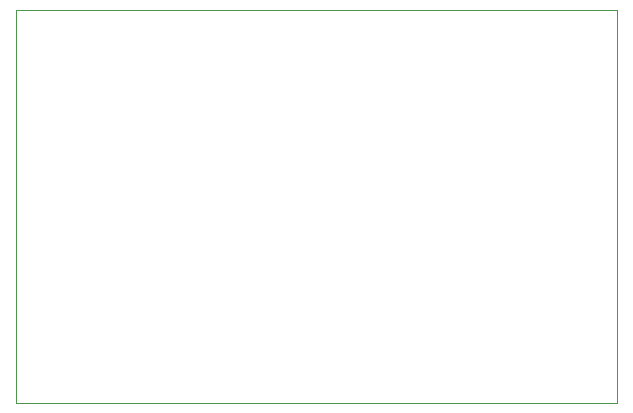
<source format=gbr>
%TF.GenerationSoftware,KiCad,Pcbnew,(6.0.10)*%
%TF.CreationDate,2023-02-03T17:51:54+05:30*%
%TF.ProjectId,protectionCkt,70726f74-6563-4746-996f-6e436b742e6b,rev?*%
%TF.SameCoordinates,Original*%
%TF.FileFunction,Profile,NP*%
%FSLAX46Y46*%
G04 Gerber Fmt 4.6, Leading zero omitted, Abs format (unit mm)*
G04 Created by KiCad (PCBNEW (6.0.10)) date 2023-02-03 17:51:54*
%MOMM*%
%LPD*%
G01*
G04 APERTURE LIST*
%TA.AperFunction,Profile*%
%ADD10C,0.100000*%
%TD*%
G04 APERTURE END LIST*
D10*
X111734600Y-73507600D02*
X162661600Y-73507600D01*
X162661600Y-73507600D02*
X162661600Y-106705400D01*
X162661600Y-106705400D02*
X111734600Y-106705400D01*
X111734600Y-106705400D02*
X111734600Y-73507600D01*
M02*

</source>
